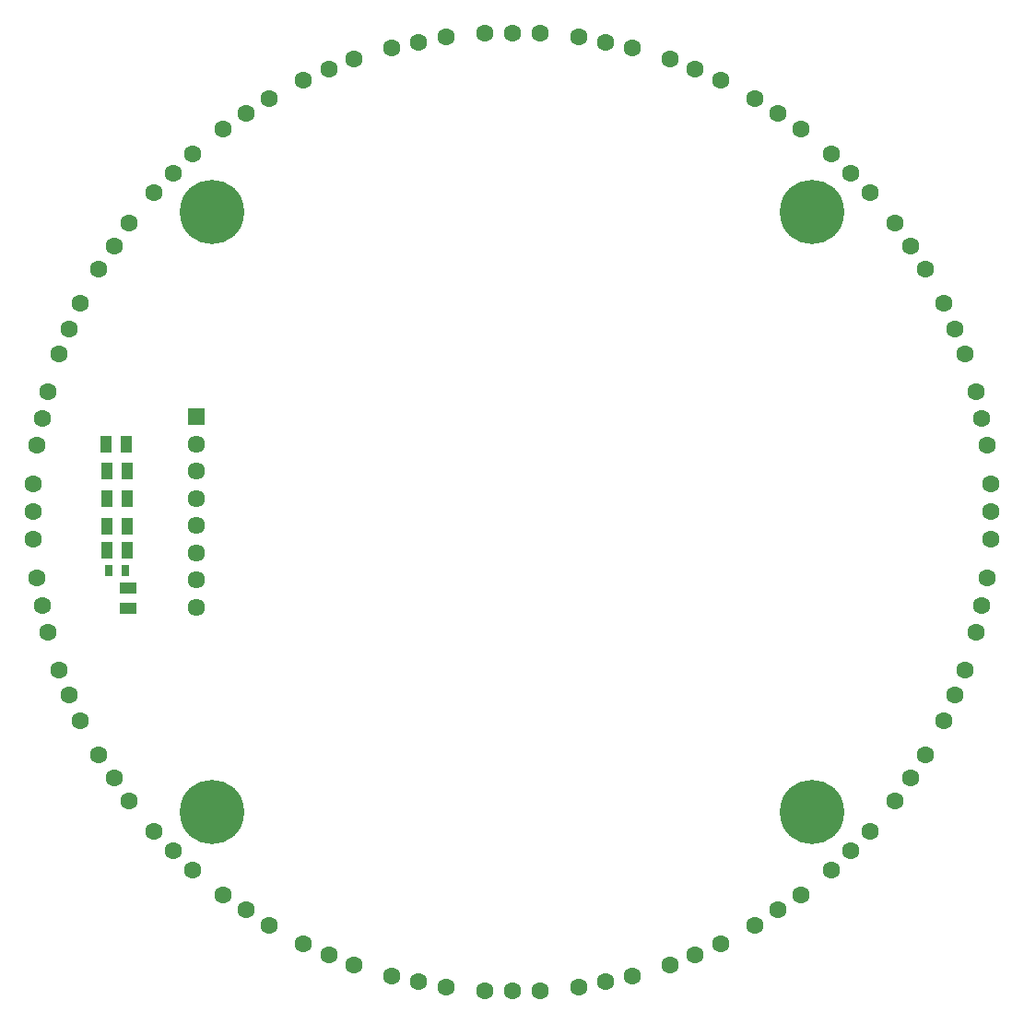
<source format=gbr>
%TF.GenerationSoftware,Altium Limited,Altium Designer,21.8.1 (53)*%
G04 Layer_Color=16711935*
%FSLAX42Y42*%
%MOMM*%
%TF.SameCoordinates,15406810-5A1E-4B15-B108-3B776D23A55A*%
%TF.FilePolarity,Negative*%
%TF.FileFunction,Soldermask,Bot*%
%TF.Part,Single*%
G01*
G75*
%TA.AperFunction,SMDPad,CuDef*%
%ADD64R,1.00X1.50*%
%ADD65R,0.80X1.10*%
%ADD66R,1.50X1.00*%
%TA.AperFunction,ViaPad*%
%ADD67C,5.90*%
%TA.AperFunction,ComponentPad*%
%ADD68C,1.60*%
%ADD69R,1.61X1.61*%
%ADD70C,1.61*%
D64*
X16464Y19648D02*
D03*
X16276Y19648D02*
D03*
X16276Y20122D02*
D03*
X16464Y20122D02*
D03*
X16276Y20372D02*
D03*
X16464Y20372D02*
D03*
X16266Y20622D02*
D03*
X16454Y20622D02*
D03*
X16276Y19872D02*
D03*
X16464Y19872D02*
D03*
D65*
X16295Y19460D02*
D03*
X16445D02*
D03*
D66*
X16469Y19303D02*
D03*
Y19117D02*
D03*
D67*
X22758Y22758D02*
D03*
X17242Y17242D02*
D03*
X22758Y17242D02*
D03*
X17242Y22758D02*
D03*
D68*
X22233Y16200D02*
D03*
X22656Y16483D02*
D03*
X22445Y16342D02*
D03*
X21449Y15838D02*
D03*
X21918Y16032D02*
D03*
X21684Y15935D02*
D03*
X24365Y20609D02*
D03*
X24266Y21108D02*
D03*
X24315Y20858D02*
D03*
X24162Y21449D02*
D03*
X23968Y21918D02*
D03*
X24065Y21684D02*
D03*
X23800Y22233D02*
D03*
X23517Y22656D02*
D03*
X23658Y22445D02*
D03*
X23291Y22932D02*
D03*
X22932Y23291D02*
D03*
X23111Y23111D02*
D03*
X22656Y23517D02*
D03*
X22233Y23800D02*
D03*
X22445Y23658D02*
D03*
X21918Y23968D02*
D03*
X21449Y24162D02*
D03*
X21684Y24065D02*
D03*
X21108Y24266D02*
D03*
X20609Y24365D02*
D03*
X20858Y24315D02*
D03*
X20254Y24400D02*
D03*
X19746D02*
D03*
X20000D02*
D03*
X19391Y24365D02*
D03*
X18892Y24266D02*
D03*
X19142Y24315D02*
D03*
X18551Y24162D02*
D03*
X18082Y23968D02*
D03*
X18316Y24065D02*
D03*
X17767Y23800D02*
D03*
X17344Y23517D02*
D03*
X17555Y23658D02*
D03*
X17068Y23291D02*
D03*
X16709Y22932D02*
D03*
X16889Y23111D02*
D03*
X16483Y22656D02*
D03*
X16200Y22233D02*
D03*
X16342Y22445D02*
D03*
X16032Y21918D02*
D03*
X15838Y21449D02*
D03*
X15935Y21684D02*
D03*
X15734Y21108D02*
D03*
X15635Y20609D02*
D03*
X15685Y20858D02*
D03*
X15600Y20254D02*
D03*
Y19746D02*
D03*
Y20000D02*
D03*
X15635Y19391D02*
D03*
X15734Y18892D02*
D03*
X15685Y19142D02*
D03*
X15838Y18551D02*
D03*
X16032Y18082D02*
D03*
X15935Y18316D02*
D03*
X16200Y17767D02*
D03*
X16483Y17344D02*
D03*
X16342Y17555D02*
D03*
X16709Y17068D02*
D03*
X17068Y16709D02*
D03*
X16889Y16889D02*
D03*
X17344Y16483D02*
D03*
X17767Y16200D02*
D03*
X17555Y16342D02*
D03*
X18082Y16032D02*
D03*
X18551Y15838D02*
D03*
X18316Y15935D02*
D03*
X18892Y15734D02*
D03*
X19391Y15635D02*
D03*
X19142Y15685D02*
D03*
X19746Y15600D02*
D03*
X20254D02*
D03*
X20000D02*
D03*
X20609Y15635D02*
D03*
X21108Y15734D02*
D03*
X20858Y15685D02*
D03*
X22932Y16709D02*
D03*
X23291Y17068D02*
D03*
X23111Y16889D02*
D03*
X23517Y17344D02*
D03*
X23800Y17767D02*
D03*
X23658Y17555D02*
D03*
X23968Y18082D02*
D03*
X24162Y18551D02*
D03*
X24065Y18316D02*
D03*
X24266Y18892D02*
D03*
X24365Y19391D02*
D03*
X24315Y19142D02*
D03*
X24400Y19746D02*
D03*
Y20254D02*
D03*
Y20000D02*
D03*
D69*
X17100Y20875D02*
D03*
D70*
Y20625D02*
D03*
Y20375D02*
D03*
Y20125D02*
D03*
Y19875D02*
D03*
X17100Y19625D02*
D03*
X17100Y19375D02*
D03*
X17100Y19125D02*
D03*
%TF.MD5,ec33b45f40b554b46f9ec5381731e02d*%
M02*

</source>
